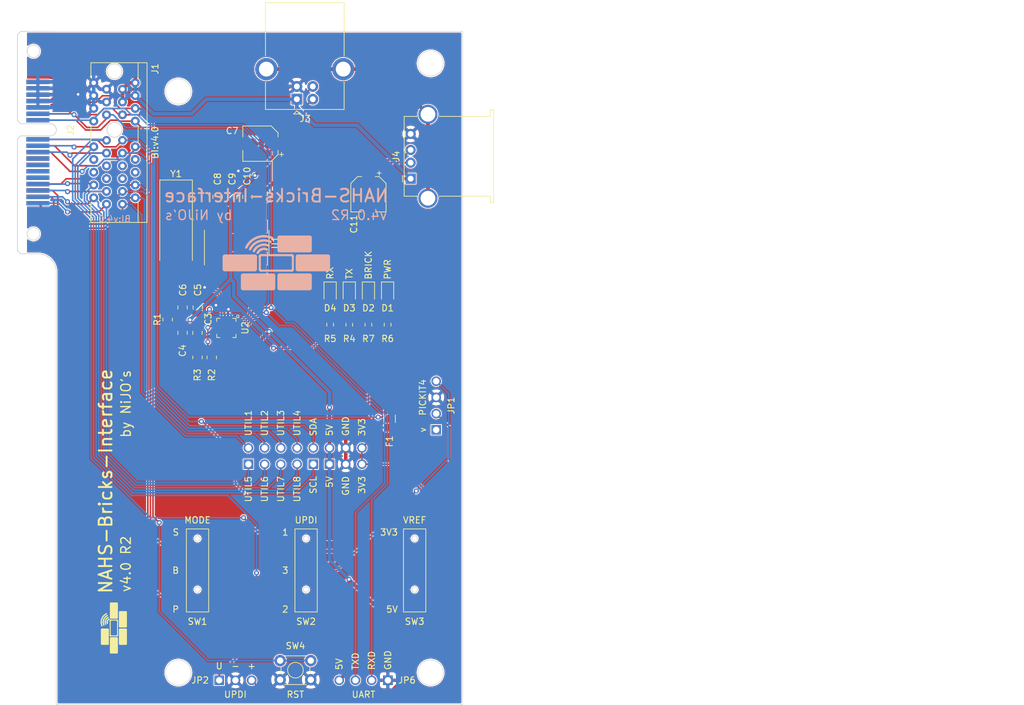
<source format=kicad_pcb>
(kicad_pcb (version 20211014) (generator pcbnew)
  (layers (0 "F.Cu" signal) (31 "B.Cu" signal) (34 "B.Paste" user) (35 "F.Paste" user) (36 "B.SilkS" user "B.Silkscreen") (37 "F.SilkS" user "F.Silkscreen") (38 "B.Mask" user) (39 "F.Mask" user) (44 "Edge.Cuts" user))
  (net 0 "")
  (net 1 "GND")
  (net 2 "+5V")
  (net 3 "CP_VIO")
  (net 4 "Net-(C8-Pad1)")
  (net 5 "Net-(C9-Pad1)")
  (net 6 "+3V3")
  (net 7 "3V3_IN")
  (net 8 "UTIL5")
  (net 9 "UTIL6")
  (net 10 "UTIL7")
  (net 11 "UTIL8")
  (net 12 "SCL")
  (net 13 "UPDI2")
  (net 14 "UPDI1")
  (net 15 "RXD")
  (net 16 "TXD")
  (net 17 "UTIL1")
  (net 18 "UTIL2")
  (net 19 "UTIL3")
  (net 20 "UTIL4")
  (net 21 "SDA")
  (net 22 "UPDI3")
  (net 23 "PROG")
  (net 24 "SETUP")
  (net 25 "RST")
  (net 26 "D-")
  (net 27 "D+")
  (net 28 "Net-(J3-Pad5)")
  (net 29 "D-1")
  (net 30 "D+1")
  (net 32 "UPDI_TV")
  (net 33 "UPDI")
  (net 34 "Net-(R1-Pad2)")
  (net 35 "Net-(R2-Pad2)")
  (net 46 "D-4")
  (net 47 "D+4")
  (net 48 "D-3")
  (net 49 "D+3")
  (net 50 "D-2")
  (net 51 "D+2")
  (net 52 "Net-(U1-Pad15)")
  (net 53 "Net-(U1-Pad16)")
  (net 62 "Net-(D3-Pad1)")
  (net 63 "Net-(D4-Pad1)")
  (net 64 "Net-(D1-Pad2)")
  (net 65 "Net-(D2-Pad2)")
  (net 66 "Net-(D3-Pad2)")
  (net 67 "Net-(D4-Pad2)")
  (footprint "no_common:R_0603_1608Metric" (layer "F.Cu") (at 153.766 80.518 90)
    (fp_text reference "R5")
    (fp_text value "330" hide)
  )
  (footprint "no_common:R_0603_1608Metric" (layer "F.Cu") (at 162.766 80.518 90)
    (fp_text reference "R6")
    (fp_text value "510" hide)
  )
  (footprint "Connector_USB:USB_A_Stewart_SS-52100-001_Horizontal" (layer "F.Cu") (at 166.3744 57.6528 90)
    (fp_text reference "J4")
    (fp_text value "TE_292303-1" hide)
  )
  (footprint "no_brick_interface:Brick_Interface_V4_iside_straddle" (layer "F.Cu") (at 108 50 90)
    (fp_text reference "J2")
    (fp_text value "Brick-Interface-V4")
    (fp_line (start -18.9 -3.2) (end -19.4 -2.7) (layer "Edge.Cuts") (width 0.12))
    (fp_line (start 0.95 -2.7) (end 1.45 -3.2) (layer "Edge.Cuts") (width 0.12))
    (fp_line (start 15.4 -2.7) (end 15.4 2.9) (layer "Edge.Cuts") (width 0.12))
    (fp_line (start -0.95 -2.7) (end -0.95 1.95) (layer "Edge.Cuts") (width 0.12))
    (fp_line (start -1.45 -3.2) (end -18.9 -3.2) (layer "Edge.Cuts") (width 0.12))
    (fp_line (start -19.4 -2.7) (end -19.4 0) (layer "Edge.Cuts") (width 0.12))
    (fp_line (start -1.45 -3.2) (end -0.95 -2.7) (layer "Edge.Cuts") (width 0.12))
    (fp_line (start 14.9 -3.2) (end 15.4 -2.7) (layer "Edge.Cuts") (width 0.12))
    (fp_line (start 1.45 -3.2) (end 14.9 -3.2) (layer "Edge.Cuts") (width 0.12))
    (fp_line (start 0.95 1.95) (end 0.95 -2.7) (layer "Edge.Cuts") (width 0.12))
    (fp_arc (start 0.95 1.95) (mid 0 2.9) (end -0.95 1.95) (layer "Edge.Cuts") (width 0.12))
    (fp_arc (start -19.4 0) (mid -20.24939 2.05061) (end -22.3 2.9) (layer "Edge.Cuts") (width 0.12))
    (fp_circle (center -16.3 -0.69) (end -15.3 -0.69) (layer "Edge.Cuts") (width 0.12) (fill none))
    (fp_circle (center 12.3 -0.69) (end 13.3 -0.69) (layer "Edge.Cuts") (width 0.12) (fill none))
  )
  (footprint "no_common:K3-2336S-F1" (layer "F.Cu") (at 167 119 90)
    (fp_text reference "SW3")
    (fp_text value "K3-2336S-F1" hide)
    (fp_circle (center -3 0) (end -2.55 0) (layer "Edge.Cuts") (width 0.12) (fill none))
    (fp_circle (center 5 0) (end 5.45 0) (layer "Edge.Cuts") (width 0.12) (fill none))
  )
  (footprint "Resistor_SMD:R_0805_2012Metric" (layer "F.Cu") (at 128.3208 79.7052 -90)
    (fp_text reference "R1")
    (fp_text value "1k" hide)
  )
  (footprint "Capacitor_SMD:CP_Elec_5x5.4" (layer "F.Cu") (at 159.766 60.0964 -90)
    (fp_text reference "C11")
    (fp_text value "100µF/16V" hide)
  )
  (footprint "no_common:LED_0805_2012Metric" (layer "F.Cu") (at 156.766 75.518 -90)
    (fp_text reference "D3")
    (fp_text value "YELLOW" hide)
  )
  (footprint "no_common:QFN20" (layer "F.Cu") (at 137.5156 81.026 -90)
    (fp_text reference "U2")
    (fp_text value "CP2102N-A02-GQFN20R" hide)
  )
  (footprint "no_brick_logo:x8mm" (layer "F.Cu") (at 119.888 128.016 90)
    (fp_text reference "LOGO1" hide)
    (fp_text value "brick_logo" hide)
  )
  (footprint "no_common:LED_0805_2012Metric" (layer "F.Cu") (at 153.766 75.518 -90)
    (fp_text reference "D4")
    (fp_text value "GREEN" hide)
  )
  (footprint "no_pinhd:PINHD_2X03_2.54_1mm_Round" (layer "F.Cu") (at 156.21 101.092)
    (property "Reference" "JP3")
    (property "Value" "PINHD_2X03")
    (fp_text reference "JP3" hide)
    (fp_text value "PINHD_2X03" hide)
  )
  (footprint "no_common:Taster_4545" (layer "F.Cu") (at 148.336 134.62)
    (fp_text reference "SW4")
    (fp_text value "Taster_4545" hide)
  )
  (footprint "Capacitor_SMD:C_0805_2012Metric" (layer "F.Cu") (at 138.43 60.5028 90)
    (fp_text reference "C9")
    (fp_text value "10µF" hide)
  )
  (footprint "no_common:LED_0805_2012Metric" (layer "F.Cu") (at 159.766 75.518 -90)
    (fp_text reference "D2")
    (fp_text value "BLUE" hide)
  )
  (footprint "Fiducial:Fiducial_1mm_Mask2mm" (layer "F.Cu") (at 168.021 83.947)
    (fp_text reference "FID3" hide)
    (fp_text value "Fiducial" hide)
  )
  (footprint "no_pinhd:PINHD_2X04_2.54_1mm_Round" (layer "F.Cu") (at 144.78 101.092)
    (property "Reference" "JP5")
    (property "Value" "PINHD_2X04")
    (fp_text reference "JP5" hide)
    (fp_text value "PINHD_2X04" hide)
  )
  (footprint "Capacitor_SMD:C_0805_2012Metric" (layer "F.Cu") (at 130.6576 77.8256 -90)
    (fp_text reference "C6")
    (fp_text value "4.7µF" hide)
  )
  (footprint "no_pinhd:PINHD_1X03_2.54_1mm_Round" (layer "F.Cu") (at 138.938 136.2)
    (property "Reference" "JP2")
    (property "Value" "PINHD_1X03")
    (fp_text reference "JP2")
    (fp_text value "PINHD_1X03" hide)
  )
  (footprint "Capacitor_SMD:C_0805_2012Metric" (layer "F.Cu") (at 136.144 60.5028 90)
    (fp_text reference "C8")
    (fp_text value "10µF" hide)
  )
  (footprint "Capacitor_SMD:C_0805_2012Metric" (layer "F.Cu") (at 140.8176 60.5028 90)
    (fp_text reference "C10")
    (fp_text value "10µF" hide)
  )
  (footprint "no_brick_interface:Brick_Interface_V4_iside" (layer "F.Cu") (at 120 50 90)
    (fp_text reference "J1")
    (fp_text value "Brick-Interface-V4" hide)
    (fp_circle (center 9.15 0) (end 10.325 0) (layer "Edge.Cuts") (width 0.12) (fill none))
    (fp_circle (center 0 0) (end 1.175 0) (layer "Edge.Cuts") (width 0.12) (fill none))
  )
  (footprint "Resistor_SMD:R_0805_2012Metric" (layer "F.Cu") (at 135.2296 85.6488 90)
    (fp_text reference "R2")
    (fp_text value "22k1" hide)
  )
  (footprint "Fiducial:Fiducial_1mm_Mask2mm" (layer "F.Cu") (at 136.398 38.989)
    (fp_text reference "FID1" hide)
    (fp_text value "Fiducial" hide)
  )
  (footprint "no_common:K3-2336S-F1" (layer "F.Cu") (at 133 119 90)
    (fp_text reference "SW1")
    (fp_text value "K3-2336S-F1" hide)
    (fp_circle (center -3 0) (end -2.55 0) (layer "Edge.Cuts") (width 0.12) (fill none))
    (fp_circle (center 5 0) (end 5.45 0) (layer "Edge.Cuts") (width 0.12) (fill none))
  )
  (footprint "Capacitor_SMD:CP_Elec_5x5.4" (layer "F.Cu") (at 142.8496 52.1716 180)
    (fp_text reference "C7")
    (fp_text value "100µF/16V" hide)
  )
  (footprint "no_pinhd:PINHD_1X02_2.54_1mm_Round" (layer "F.Cu") (at 151.13 101.092 90)
    (property "Reference" "JP4")
    (property "Value" "PINHD_1x02")
    (fp_text reference "JP4" hide)
    (fp_text value "PINHD_1x02" hide)
  )
  (footprint "no_common:R_0603_1608Metric" (layer "F.Cu") (at 159.766 80.518 90)
    (fp_text reference "R7")
    (fp_text value "330" hide)
  )
  (footprint "no_common:R_0603_1608Metric" (layer "F.Cu") (at 156.766 80.518 90)
    (fp_text reference "R4")
    (fp_text value "330" hide)
  )
  (footprint "no_pinhd:PINHD_1X04_2.54_1mm_Round" (layer "F.Cu") (at 159.004 136.2 180)
    (fp_text reference "JP6")
    (fp_text value "PINHD_1X04" hide)
  )
  (footprint "no_common:LED_0805_2012Metric" (layer "F.Cu") (at 162.766 75.518 -90)
    (fp_text reference "D1")
    (fp_text value "RED" hide)
  )
  (footprint "Capacitor_SMD:C_0805_2012Metric" (layer "F.Cu") (at 130.6576 81.788 90)
    (fp_text reference "C4")
    (fp_text value "4.7µF" hide)
  )
  (footprint "Crystal:Crystal_SMD_HC49-SD" (layer "F.Cu") (at 129.6416 64.5668 -90)
    (fp_text reference "Y1")
    (fp_text value "12MHz" hide)
  )
  (footprint "Package_SO:SOP-16_3.9x9.9mm_P1.27mm" (layer "F.Cu") (at 139.1412 67.6656 90)
    (fp_text reference "U1")
    (fp_text value "SL2.1A" hide)
  )
  (footprint "no_common:K3-2336S-F1" (layer "F.Cu") (at 150 119 90)
    (fp_text reference "SW2")
    (fp_text value "K3-2336S-F1" hide)
    (fp_circle (center -3 0) (end -2.55 0) (layer "Edge.Cuts") (width 0.12) (fill none))
    (fp_circle (center 5 0) (end 5.45 0) (layer "Edge.Cuts") (width 0.12) (fill none))
  )
  (footprint "Connector_USB:USB_B_OST_USB-B1HSxx_Horizontal" (layer "F.Cu") (at 148.5532 45.212 90)
    (fp_text reference "J3")
    (fp_text value "TE_292304-1" hide)
  )
  (footprint "Fuse:Fuse_1206_3216Metric" (layer "F.Cu") (at 163.068 95.25 90)
    (fp_text reference "F1")
    (fp_text value "50mA" hide)
  )
  (footprint "Capacitor_SMD:C_0805_2012Metric" (layer "F.Cu") (at 133.0452 77.8256 -90)
    (fp_text reference "C5")
    (fp_text value "100nF" hide)
  )
  (footprint "no_pinhd:PINHD_1X04_2.54_1mm_Round" (layer "F.Cu") (at 170.3776 93.1768 90)
    (property "Reference" "JP1")
    (property "Value" "PINHD_1X04")
    (fp_text reference "JP1")
    (fp_text value "PINHD_1X04" hide)
  )
  (footprint "Resistor_SMD:R_0805_2012Metric" (layer "F.Cu") (at 132.9944 85.6488 -90)
    (fp_text reference "R3")
    (fp_text value "47k5" hide)
  )
  (footprint "Capacitor_SMD:C_0805_2012Metric" (layer "F.Cu") (at 132.9944 81.788 90)
    (fp_text reference "C3")
    (fp_text value "100nF" hide)
  )
  (footprint "Fiducial:Fiducial_1mm_Mask2mm" (layer "F.Cu") (at 127.127 131.064)
    (fp_text reference "FID2" hide)
    (fp_text value "Fiducial" hide)
  )
  (footprint "no_brick_logo:x17mm" (layer "B.Cu") (at 145.325 70.739 180)
    (fp_text reference "LOGO2" hide)
    (fp_text value "brick_logo" hide)
  )
  (gr_circle (center 130 135) (end 132 135) (layer "Edge.Cuts") (width 0.1) (fill none))
  (gr_line (start 110.9 34.6) (end 174.5 34.6) (layer "Edge.Cuts") (width 0.1))
  (gr_line (start 174.5 34.6) (end 174.5 140) (layer "Edge.Cuts") (width 0.1))
  (gr_line (start 174.5 140) (end 110.9 140) (layer "Edge.Cuts") (width 0.1))
  (gr_line (start 110.9 140) (end 110.9 72.3) (layer "Edge.Cuts") (width 0.1))
  (gr_circle (center 169.5 135) (end 171.5 135) (layer "Edge.Cuts") (width 0.1) (fill none))
  (gr_circle (center 130 44) (end 132 44) (layer "Edge.Cuts") (width 0.1) (fill none))
  (gr_circle (center 169.5 39.6) (end 171.5 39.6) (layer "Edge.Cuts") (width 0.1) (fill none))
  (gr_text "NAHS-Bricks-Interface" (at 145.325 60.325) (layer "B.SilkS") (effects (font (size 2 2) (thickness 0.3)) (justify mirror)))
  (gr_text "by NiJO's" (at 127.762 63.373) (layer "B.SilkS") (effects (font (size 1.5 1.5) (thickness 0.2)) (justify right mirror)))
  (gr_text "v4.0 R2" (at 162.814 63.373) (layer "B.SilkS") (effects (font (size 1.5 1.5) (thickness 0.2)) (justify left mirror)))
  (gr_text "NAHS-Bricks-Interface" (at 118.618 105.029 90) (layer "F.SilkS") (effects (font (size 2 2) (thickness 0.3))))
  (gr_text "v4.0 R2" (at 121.793 122.518 90) (layer "F.SilkS") (effects (font (size 1.5 1.5) (thickness 0.2)) (justify left)))
  (gr_text "by NiJO's" (at 121.793 87.503 90) (layer "F.SilkS") (effects (font (size 1.5 1.5) (thickness 0.2)) (justify right)))
  (segment (start 147.351119 43.212) (end 148.5532 43.212) (width 0.5588) (layer "F.Cu") (net 1))
  (segment (start 137.7656 80.776) (end 137.7656 79.476) (width 0.254) (layer "F.Cu") (net 1))
  (segment (start 139.7 88.392) (end 143.256 91.948) (width 0.5588) (layer "F.Cu") (net 1))
  (segment (start 129.25 117) (end 129.25 121) (width 0.5588) (layer "F.Cu") (net 1))
  (segment (start 131.318 88.2377) (end 132.9944 86.5613) (width 0.5588) (layer "F.Cu") (net 1))
  (segment (start 136.639089 82.702511) (end 135.407511 82.702511) (width 0.254) (layer "F.Cu") (net 1))
  (segment (start 134.112 75.8088) (end 133.0452 76.8756) (width 0.5588) (layer "F.Cu") (net 1))
  (segment (start 140.6496 52.1716) (end 140.6496 49.913519) (width 0.5588) (layer "F.Cu") (net 1))
  (segment (start 135.213489 82.508489) (end 133.223911 82.508489) (width 0.254) (layer "F.Cu") (net 1))
  (segment (start 131.6463 86.5613) (end 130.6576 85.5726) (width 0.5588) (layer "F.Cu") (net 1))
  (segment (start 130.142 117) (end 131.318 115.824) (width 0.5588) (layer "F.Cu") (net 1))
  (segment (start 168.275 58.210022) (end 168.275 52.5534) (width 0.5588) (layer "F.Cu") (net 1))
  (segment (start 131.318 115.824) (end 131.318 88.2377) (width 0.5588) (layer "F.Cu") (net 1))
  (segment (start 156.21 93.472) (end 156.21 99.822) (width 0.5588) (layer "F.Cu") (net 1))
  (segment (start 139.7762 65.1656) (end 139.7762 62.9412) (width 0.5588) (layer "F.Cu") (net 1))
  (segment (start 114.95 44.45) (end 116.75 42.65) (width 0.5588) (layer "F.Cu") (net 1))
  (segment (start 132.9944 86.5613) (end 133.0433 86.5613) (width 0.5588) (layer "F.Cu") (net 1))
  (segment (start 140.6496 52.1716) (end 140.6496 59.3848) (width 0.5588) (layer "F.Cu") (net 1))
  (segment (start 143.256 91.948) (end 154.686 91.948) (width 0.5588) (layer "F.Cu") (net 1))
  (segment (start 133.0452 76.8756) (end 130.6576 76.8756) (width 0.5588) (layer "F.Cu") (net 1))
  (segment (start 150.1092 41.656) (end 152.654 41.656) (width 0.5588) (layer "F.Cu") (net 1))
  (segment (start 136.144 59.5528) (end 138.43 59.5528) (width 0.5588) (layer "F.Cu") (net 1))
  (segment (start 129.25 117) (end 130.142 117) (width 0.5588) (layer "F.Cu") (net 1))
  (segment (start 139.66368 60.70672) (end 140.8176 59.5528) (width 0.5588) (layer "F.Cu") (net 1))
  (segment (start 140.6496 59.3848) (end 140.8176 59.5528) (width 0.5588) (layer "F.Cu") (net 1))
  (segment (start 130.6576 85.5726) (end 130.6576 82.738) (width 0.5588) (layer "F.Cu") (net 1))
  (segment (start 137.5156 81.026) (end 137.7656 80.776) (width 0.254) (layer "F.Cu") (net 1))
  (segment (start 136.7656 81.776) (end 137.5156 81.026) (width 0.254) (layer "F.Cu") (net 1))
  (segment (start 152.654 41.656) (end 155.6262 44.6282) (width 0.5588) (layer "F.Cu") (net 1))
  (segment (start 154.686 91.948) (end 156.21 93.472) (width 0.5588) (layer "F.Cu") (net 1))
  (segment (start 135.407511 82.702511) (end 135.213489 82.508489) (width 0.254) (layer "F.Cu") (net 1))
  (segment (start 114.3 44.45) (end 114.95 44.45) (width 0.5588) (layer "F.Cu") (net 1))
  (segment (start 127 81.28) (end 128.458 82.738) (width 0.5588) (layer "F.Cu") (net 1))
  (segment (start 166.3744 50.6528) (end 160.3498 44.6282) (width 0.5588) (layer "F.Cu") (net 1))
  (segment (start 137.84562 78.105) (end 137.7656 78.18502) (width 0.254) (layer "F.Cu") (net 1))
  (segment (start 159.766 62.2964) (end 164.188622 62.2964) (width 0.5588) (layer "F.Cu") (net 1))
  (segment (start 130.6576 76.8756) (end 128.2294 76.8756) (width 0.5588) (layer "F.Cu") (net 1))
  (segment (start 135.2956 76.8756) (end 133.0452 76.8756) (width 0.254) (layer "F.Cu") (net 1))
  (segment (start 127 78.105) (end 127 81.28) (width 0.5588) (layer "F.Cu") (net 1))
  (segment (start 128.458 82.738) (end 130.6576 82.738) (width 0.5588) (layer "F.Cu") (net 1))
  (segment (start 137.7656 78.18502) (end 137.7656 79.476) (width 0.254) (layer "F.Cu") (net 1))
  (segment (start 136.7656 82.576) (end 136.7656 81.776) (width 0.254) (layer "F.Cu") (net 1))
  (segment (start 140.6496 55.1844) (end 140.6496 52.1716) (width 0.5588) (layer "F.Cu") (net 1))
  (segment (start 135.89 77.47) (end 135.2956 76.8756) (width 0.254) (layer "F.Cu") (net 1))
  (segment (start 140.6496 49.913519) (end 147.351119 43.212) (width 0.5588) (layer "F.Cu") (net 1))
  (segment (start 136.7656 82.576) (end 136.639089 82.702511) (width 0.254) (layer "F.Cu") (net 1))
  (segment (start 168.275 52.5534) (end 166.3744 50.6528) (width 0.5588) (layer "F.Cu") (net 1))
  (segment (start 155.6262 44.6282) (end 160.3498 44.6282) (width 0.5588) (layer "F.Cu") (net 1))
  (segment (start 139.3952 56.4388) (end 140.6496 55.1844) (width 0.5588) (layer "F.Cu") (net 1))
  (segment (start 128.2294 76.8756) (end 127 78.105) (width 0.5588) (layer "F.Cu") (net 1))
  (segment (start 133.223911 82.508489) (end 132.9944 82.738) (width 0.254) (layer "F.Cu") (net 1))
  (segment (start 139.7762 62.9412) (end 139.66368 62.82868) (width 0.5588) (layer "F.Cu") (net 1))
  (segment (start 132.9944 86.5613) (end 131.6463 86.5613) (width 0.5588) (layer "F.Cu") (net 1))
  (segment (start 133.0433 86.5613) (end 134.874 88.392) (width 0.5588) (layer "F.Cu") (net 1))
  (segment (start 148.5532 43.212) (end 150.1092 41.656) (width 0.5588) (layer "F.Cu") (net 1))
  (segment (start 134.874 88.392) (end 139.7 88.392) (width 0.5588) (layer "F.Cu") (net 1))
  (segment (start 138.43 59.5528) (end 140.8176 59.5528) (width 0.5588) (layer "F.Cu") (net 1))
  (segment (start 134.112 74.676) (end 134.112 75.8088) (width 0.5588) (layer "F.Cu") (net 1))
  (segment (start 132.9944 82.738) (end 130.6576 82.738) (width 0.5588) (layer "F.Cu") (net 1))
  (segment (start 139.66368 62.82868) (end 139.66368 60.70672) (width 0.5588) (layer "F.Cu") (net 1))
  (segment (start 164.188622 62.2964) (end 168.275 58.210022) (width 0.5588) (layer "F.Cu") (net 1))
  (segment (start 156.21 99.822) (end 156.21 102.362) (width 0.5588) (layer "F.Cu") (net 1))
  (via (at 137.84562 78.105) (size 0.8) (drill 0.4) (layers "F.Cu" "B.Cu") (net 1))
  (via (at 135.89 77.47) (size 0.8) (drill 0.4) (layers "F.Cu" "B.Cu") (net 1))
  (via (at 139.3952 56.4388) (size 0.8) (drill 0.4) (layers "F.Cu" "B.Cu") (net 1))
  (via (at 134.112 74.676) (size 0.8) (drill 0.4) (layers "F.Cu" "B.Cu") (net 1))
  (via (at 114.3 44.45) (size 0.8) (drill 0.4) (layers "F.Cu" "B.Cu") (net 1))
  (segment (start 137.21062 77.47) (end 137.84562 78.105) (width 0.254) (layer "B.Cu") (net 1))
  (segment (start 108 44.5) (end 114.25 44.5) (width 0.5588) (layer "B.Cu") (net 1))
  (segment (start 108 42.5) (end 112.35 42.5) (width 0.5588) (layer "B.Cu") (net 1))
  (segment (start 108 46.5) (end 112.25 46.5) (width 0.5588) (layer "B.Cu") (net 1))
  (segment (start 117.75 43.65) (end 116.75 42.65) (width 0.5588) (layer "B.Cu") (net 1))
  (segment (start 113.25 45.5) (end 114.3 44.45) (width 0.5588) (layer "B.Cu") (net 1))
  (segment (start 139.3952 56.4388) (end 135.382 60.452) (width 0.5588) (layer "B.Cu") (net 1))
  (segment (start 112.35 42.5) (end 114.3 44.45) (width 0.5588) (layer "B.Cu") (net 1))
  (segment (start 118.11 38.1) (end 129.032 38.1) (width 0.5588) (layer "B.Cu") (net 1))
  (segment (start 113.35 43.5) (end 114.3 44.45) (width 0.5588) (layer "B.Cu") (net 1))
  (segment (start 116.75 46.65) (end 116.75 44.65) (width 0.5588) (layer "B.Cu") (net 1))
  (segment (start 135.89 77.47) (end 137.21062 77.47) (width 0.254) (layer "B.Cu") (net 1))
  (segment (start 108 45.5) (end 113.25 45.5) (width 0.5588) (layer "B.Cu") (net 1))
  (segment (start 134.144 43.212) (end 148.5532 43.212) (width 0.5588) (layer "B.Cu") (net 1))
  (segment (start 114.25 44.5) (end 114.3 44.45) (width 0.5588) (layer "B.Cu") (net 1))
  (segment (start 118.75 45.65) (end 117.75 45.65) (width 0.5588) (layer "B.Cu") (net 1))
  (segment (start 135.382 73.406) (end 134.112 74.676) (width 0.5588) (layer "B.Cu") (net 1))
  (segment (start 135.382 60.452) (end 135.382 73.406) (width 0.5588) (layer "B.Cu") (net 1))
  (segment (start 129.032 38.1) (end 134.144 43.212) (width 0.5588) (layer "B.Cu") (net 1))
  (segment (start 116.75 42.65) (end 116.75 44.65) (width 0.5588) (layer "B.Cu") (net 1))
  (segment (start 116.75 42.65) (end 116.75 39.46) (width 0.5588) (layer "B.Cu") (net 1))
  (segment (start 117.75 45.65) (end 116.75 44.65) (width 0.5588) (layer "B.Cu") (net 1))
  (segment (start 116.75 39.46) (end 118.11 38.1) (width 0.5588) (layer "B.Cu") (net 1))
  (segment (start 108 43.5) (end 113.35 43.5) (width 0.5588) (layer "B.Cu") (net 1))
  (segment (start 112.25 46.5) (end 114.3 44.45) (width 0.5588) (layer "B.Cu") (net 1))
  (segment (start 118.75 43.65) (end 117.75 43.65) (width 0.5588) (layer "B.Cu") (net 1))
  (segment (start 123.25 42.65) (end 122.25 42.65) (width 0.5588) (layer "F.Cu") (net 2))
  (segment (start 112.075 43.5) (end 113.075 42.5) (width 0.5588) (layer "F.Cu") (net 2))
  (segment (start 135.2296 86.5613) (end 139.2447 86.5613) (width 0.5588) (layer "F.Cu") (net 2))
  (segment (start 170.75 123) (end 170.75 124.906) (width 0.5588) (layer "F.Cu") (net 2))
  (segment (start 108 43.5) (end 112.075 43.5) (width 0.5588) (layer "F.Cu") (net 2))
  (segment (start 169.672 125.984) (end 162.306 125.984) (width 0.5588) (layer "F.Cu") (net 2))
  (segment (start 132.9944 80.838) (end 132.908 80.838) (width 0.254) (layer "F.Cu") (net 2))
  (segment (start 148.5532 48.668) (end 148.5532 45.212) (width 0.5588) (layer "F.Cu") (net 2))
  (segment (start 153.67 99.822) (end 153.67 93.472) (width 0.5588) (layer "F.Cu") (net 2))
  (segment (start 145.0496 54.0864) (end 141.986 57.15) (width 0.5588) (layer "F.Cu") (net 2))
  (segment (start 132.908 80.838) (end 131.826 79.756) (width 0.254) (layer "F.Cu") (net 2))
  (segment (start 161.671 67.691) (end 158.877 67.691) (width 0.254) (layer "F.Cu") (net 2))
  (segment (start 141.7472 61.4528) (end 145.0496 58.1504) (width 0.5588) (layer "F.Cu") (net 2))
  (segment (start 157.607 60.0554) (end 159.766 57.8964) (width 0.254) (layer "F.Cu") (net 2))
  (segment (start 140.8176 61.4528) (end 141.7472 61.4528) (width 0.5588) (layer "F.Cu") (net 2))
  (segment (start 111.075 44.5) (end 112.075 43.5) (width 0.5588) (layer "F.Cu") (net 2))
  (segment (start 108 45.5) (end 110.075 45.5) (width 0.5588) (layer "F.Cu") (net 2))
  (segment (start 162.766 81.343) (end 164.211 79.898) (width 0.254) (layer "F.Cu") (net 2))
  (segment (start 157.607 66.421) (end 157.607 60.0554) (width 0.254) (layer "F.Cu") (net 2))
  (segment (start 110.075 45.5) (end 111.075 44.5) (width 0.5588) (layer "F.Cu") (net 2))
  (segment (start 158.877 67.691) (end 157.607 66.421) (width 0.254) (layer "F.Cu") (net 2))
  (segment (start 130.744 80.838) (end 131.826 79.756) (width 0.254) (layer "F.Cu") (net 2))
  (segment (start 116.84 38.735) (end 121.285 38.735) (width 0.5588) (layer "F.Cu") (net 2))
  (segment (start 108 42.5) (end 113.075 42.5) (width 0.5588) (layer "F.Cu") (net 2))
  (segment (start 164.211 70.231) (end 161.671 67.691) (width 0.254) (layer "F.Cu") (net 2))
  (segment (start 170.75 124.906) (end 169.672 125.984) (width 0.5588) (layer "F.Cu") (net 2))
  (segment (start 160.0096 57.6528) (end 166.3744 57.6528) (width 0.5588) (layer "F.Cu") (net 2))
  (segment (start 134.354 80.276) (end 135.9656 80.276) (width 0.254) (layer "F.Cu") (net 2))
  (segment (start 145.0496 52.1716) (end 148.5532 48.668) (width 0.5588) (layer "F.Cu") (net 2))
  (segment (start 130.6576 80.838) (end 130.744 80.838) (width 0.254) (layer "F.Cu") (net 2))
  (segment (start 121.285 38.735) (end 123.25 40.7) (width 0.5588) (layer "F.Cu") (net 2))
  (segment (start 113.075 42.5) (end 116.84 38.735) (width 0.5588) (layer "F.Cu") (net 2))
  (segment (start 145.0496 58.1504) (end 145.0496 52.1716) (width 0.5588) (layer "F.Cu") (net 2))
  (segment (start 141.0462 61.6814) (end 140.8176 61.4528) (width 0.5588) (layer "F.Cu") (net 2))
  (segment (start 141.0462 65.1656) (end 141.0462 61.6814) (width 0.5588) (layer "F.Cu") (net 2))
  (segment (start 122.25 42.65) (end 121.25 43.65) (width 0.5588) (layer "F.Cu") (net 2))
  (segment (start 156.718 134.676) (end 155.194 136.2) (width 0.5588) (layer "F.Cu") (net 2))
  (segment (start 130.6576 80.838) (end 132.9944 80.838) (width 0.254) (layer "F.Cu") (net 2))
  (segment (start 108 44.5) (end 111.075 44.5) (width 0.5588) (layer "F.Cu") (net 2))
  (segment (start 156.718 120.396) (end 156.718 134.676) (width 0.5588) (layer "F.Cu") (net 2))
  (segment (start 133.792 80.838) (end 134.354 80.276) (width 0.254) (layer "F.Cu") (net 2))
  (segment (start 145.0496 52.1716) (end 145.0496 54.0864) (width 0.5588) (layer "F.Cu") (net 2))
  (segment (start 162.306 125.984) (end 156.718 120.396) (width 0.5588) (layer "F.Cu") (net 2))
  (segment (start 139.2447 86.5613) (end 144.206 81.6) (width 0.5588) (layer "F.Cu") (net 2))
  (segment (start 132.9944 80.838) (end 133.792 80.838) (width 0.254) (layer "F.Cu") (net 2))
  (segment (start 123.25 40.7) (end 123.25 42.65) (width 0.5588) (layer "F.Cu") (net 2))
  (segment (start 121.25 43.65) (end 121.25 45.65) (width 0.5588) (layer "F.Cu") (net 2))
  (segment (start 164.211 79.898) (end 164.211 70.231) (width 0.254) (layer "F.Cu") (net 2))
  (segment (start 159.766 57.8964) (end 160.0096 57.6528) (width 0.5588) (layer "F.Cu") (net 2))
  (via (at 153.67 93.472) (size 0.8) (drill 0.4) (layers "F.Cu" "B.Cu") (net 2))
  (via (at 141.986 57.15) (size 0.8) (drill 0.4) (layers "F.Cu" "B.Cu") (net 2))
  (via (at 144.206 81.6) (size 0.8) (drill 0.4) (layers "F.Cu" "B.Cu") (net 2))
  (via (at 156.718 120.396) (size 0.8) (drill 0.4) (layers "F.Cu" "B.Cu") (net 2))
  (via (at 131.826 79.756) (size 0.8) (drill 0.4) (layers "F.Cu" "B.Cu") (net 2))
  (segment (start 156.718 120.396) (end 153.67 117.348) (width 0.5588) (layer "B.Cu") (net 2))
  (segment (start 138.176 60.96) (end 138.176 73.406) (width 0.5588) (layer "B.Cu") (net 2))
  (segment (start 151.384 49.276) (end 148.5532 46.4452) (width 0.5588) (layer "B.Cu") (net 2))
  (segment (start 153.67 117.348) (end 153.67 102.362) (width 0.5588) (layer "B.Cu") (net 2))
  (segment (start 138.176 73.406) (end 138.674531 73.904531) (width 0.5588) (layer "B.Cu") (net 2))
  (segment (start 132.08 47.498) (end 126.098 47.498) (width 0.5588) (layer "B.Cu") (net 2))
  (segment (start 126.098 47.498) (end 123.25 44.65) (width 0.5588) (layer "B.Cu") (net 2))
  (segment (start 134.366 45.212) (end 132.08 47.498) (width 0.5588) (layer "B.Cu") (net 2))
  (segment (start 153.67 93.472) (end 153.67 91.064) (width 0.5588) (layer "B.Cu") (net 2))
  (segment (start 141.986 57.15) (end 138.176 60.96) (width 0.5588) (layer "B.Cu") (net 2))
  (segment (start 138.674531 76.068531) (end 144.206 81.6) (width 0.5588) (layer "B.Cu") (net 2))
  (segment (start 148.5532 45.212) (end 134.366 45.212) (width 0.5588) (layer "B.Cu") (net 2))
  (segment (start 123.25 44.65) (end 122.25 44.65) (width 0.5588) (layer "B.Cu") (net 2))
  (segment (start 148.5532 46.4452) (end 148.5532 45.212) (width 0.5588) (layer "B.Cu") (net 2))
  (segment (start 122.25 44.65) (end 121.25 45.65) (width 0.5588) (layer "B.Cu") (net 2))
  (segment (start 153.67 91.064) (end 144.206 81.6) (width 0.5588) (layer "B.Cu") (net 2))
  (segment (start 123.25 44.65) (end 123.25 42.65) (width 0.5588) (layer "B.Cu") (net 2))
  (segment (start 157.9976 49.276) (end 151.384 49.276) (width 0.5588) (layer "B.Cu") (net 2))
  (segment (start 122.25 44.65) (end 121.25 43.65) (width 0.5588) (layer "B.Cu") (net 2))
  (segment (start 166.3744 57.6528) (end 157.9976 49.276) (width 0.5588) (layer "B.Cu") (net 2))
  (segment (start 153.67 99.822) (end 153.67 102.362) (width 0.5588) (layer "B.Cu") (net 2))
  (segment (start 138.674531 73.904531) (end 138.674531 76.068531) (width 0.5588) (layer "B.Cu") (net 2))
  (segment (start 138.176 73.406) (end 131.826 79.756) (width 0.5588) (layer "B.Cu") (net 2))
  (segment (start 130.6576 78.7756) (end 133.0452 78.7756) (width 0.254) (layer "F.Cu") (net 3))
  (segment (start 150.908 84.201) (end 153.766 81.343) (width 0.254) (layer "F.Cu") (net 3))
  (segment (start 156.766 81.343) (end 153.766 81.343) (width 0.254) (layer "F.Cu") (net 3))
  (segment (start 144.907 84.201) (end 150.908 84.201) (width 0.254) (layer "F.Cu") (net 3))
  (segment (start 130.6405 78.7927) (end 130.6576 78.7756) (width 0.254) (layer "F.Cu") (net 3))
  (segment (start 128.3208 78.7927) (end 130.6405 78.7927) (width 0.254) (layer "F.Cu") (net 3))
  (segment (start 136.2656 79.776) (end 135.021 79.776) (width 0.254) (layer "F.Cu") (net 3))
  (segment (start 134.0206 78.7756) (end 133.0452 78.7756) (width 0.254) (layer "F.Cu") (net 3))
  (segment (start 133.0452 78.7756) (end 134.2034 78.7756) (width 0.254) (layer "F.Cu") (net 3))
  (segment (start 135.021 79.776) (end 134.0206 78.7756) (width 0.254) (layer "F.Cu") (net 3))
  (segment (start 134.2034 78.7756) (end 134.874 78.105) (width 0.254) (layer "F.Cu") (net 3))
  (via (at 144.907 84.201) (size 0.8) (drill 0.4) (layers "F.Cu" "B.Cu") (net 3))
  (via (at 134.874 78.105) (size 0.8) (drill 0.4) (layers "F.Cu" "B.Cu") (net 3))
  (segment (start 134.874 78.105) (end 135.636 78.867) (width 0.254) (layer "B.Cu") (net 3))
  (segment (start 135.636 78.867) (end 139.573 78.867) (width 0.254) (layer "B.Cu") (net 3))
  (segment (start 139.573 78.867) (end 144.907 84.201) (width 0.254) (layer "B.Cu") (net 3))
  (segment (start 137.2362 63.5762) (end 136.144 62.484) (width 0.254) (layer "F.Cu") (net 4))
  (segment (start 137.2362 65.1656) (end 137.2362 63.5762) (width 0.254) (layer "F.Cu") (net 4))
  (segment (start 136.144 62.484) (end 136.144 61.4528) (width 0.254) (layer "F.Cu") (net 4))
  (segment (start 138.5062 61.529) (end 138.43 61.4528) (width 0.254) (layer "F.Cu") (net 5))
  (segment (start 138.5062 65.1656) (end 138.5062 61.529) (width 0.254) (layer "F.Cu") (net 5))
  (segment (start 170.75 108.52) (end 164.592 102.362) (width 0.254) (layer "F.Cu") (net 6))
  (segment (start 163.068 96.65) (end 161.986577 96.65) (width 0.254) (layer "F.Cu") (net 6))
  (segment (start 159.766 94.429423) (end 159.766 81.343) (width 0.254) (layer "F.Cu") (net 6))
  (segment (start 164.592 102.362) (end 158.75 102.362) (width 0.254) (layer "F.Cu") (net 6))
  (segment (start 161.986577 96.65) (end 159.766 94.429423) (width 0.254) (layer "F.Cu") (net 6))
  (segment (start 161.922 96.65) (end 163.068 96.65) (width 0.254) (layer "F.Cu") (net 6))
  (segment (start 158.75 99.822) (end 161.922 96.65) (width 0.254) (layer "F.Cu") (net 6))
  (segment (start 170.75 115) (end 170.75 108.52) (width 0.254) (layer "F.Cu") (net 6))
  (segment (start 158.75 99.822) (end 158.75 102.362) (width 0.254) (layer "B.Cu") (net 6))
  (segment (start 161.29 94.996) (end 161.922 94.996) (width 0.254) (layer "F.Cu") (net 7))
  (segment (start 161.922 94.996) (end 163.068 93.85) (width 0.254) (layer "F.Cu") (net 7))
  (segment (start 120.226511 52.673489) (end 121.25 51.65) (width 0.254) (layer "F.Cu") (net 7))
  (segment (start 117.219004 51.5) (end 118.392493 52.673489) (width 0.254) (layer "F.Cu") (net 7))
  (segment (start 108 51.5) (end 117.219004 51.5) (width 0.254) (layer "F.Cu") (net 7))
  (segment (start 118.392493 52.673489) (end 120.226511 52.673489) (width 0.254) (layer "F.Cu") (net 7))
  (via (at 161.29 94.996) (size 0.8) (drill 0.4) (layers "F.Cu" "B.Cu") (net 7))
  (segment (start 131.567605 94.994949) (end 141.222949 94.994949) (width 0.254) (layer "B.Cu") (net 7))
  (segment (start 121.25 51.65) (end 123.810612 51.65) (width 0.254) (layer "B.Cu") (net 7))
  (segment (start 141.224 94.996) (end 161.29 94.996) (width 0.254) (layer "B.Cu") (net 7))
  (segment (start 123.810612 51.65) (end 126.70908 54.548468) (width 0.254) (layer "B.Cu") (net 7))
  (segment (start 131.189328 94.616672) (end 131.567605 94.994949) (width 0.254) (layer "B.Cu") (net 7))
  (segment (start 126.70908 54.548468) (end 126.70908 87.63) (width 0.254) (layer "B.Cu") (net 7))
  (segment (start 126.70908 87.63) (end 126.70908 90.136424) (width 0.254) (layer "B.Cu") (net 7))
  (segment (start 126.70908 90.136424) (end 131.189328 94.616672) (width 0.254) (layer "B.Cu") (net 7))
  (segment (start 141.222949 94.994949) (end 141.224 94.996) (width 0.254) (layer "B.Cu") (net 7))
  (segment (start 112.64442 62.865) (end 117.535 62.865) (width 0.254) (layer "F.Cu") (net 8))
  (segment (start 117.535 62.865) (end 118.75 61.65) (width 0.254) (layer "F.Cu") (net 8))
  (via (at 112.64442 62.865) (size 0.8) (drill 0.4) (layers "F.Cu" "B.Cu") (net 8))
  (segment (start 111.27942 61.5) (end 112.64442 62.865) (width 0.254) (layer "B.Cu") (net 8))
  (segment (start 118.745 62.975) (end 118.75 62.97) (width 0.254) (layer "B.Cu") (net 8))
  (segment (start 118.75 62.97) (end 118.75 61.65) (width 0.254) (layer "B.Cu") (net 8))
  (segment (start 123.524288 105.23796) (end 139.87204 105.23796) (width 0.254) (layer "B.Cu") (net 8))
  (segment (start 139.87204 105.23796) (end 140.97 104.14) (width 0.254) (layer "B.Cu") (net 8))
  (segment (start 118.745 100.458672) (end 123.524288 105.23796) (width 0.254) (layer "B.Cu") (net 8))
  (segment (start 118.745 62.975) (end 118.745 100.458672) (width 0.254) (layer "B.Cu") (net 8))
  (segment (start 108 61.5) (end 111.27942 61.5) (width 0.254) (layer "B.Cu") (net 8))
  (segment (start 140.97 104.14) (end 140.97 102.362) (width 0.254) (layer "B.Cu") (net 8))
  (segment (start 115.805 61.595) (end 116.75 60.65) (width 0.254) (layer "F.Cu") (net 9))
  (segment (start 112.964917 61.595) (end 115.805 61.595) (width 0.254) (layer "F.Cu") (net 9))
  (segment (start 112.64442 61.274503) (end 112.964917 61.595) (width 0.254) (layer "F.Cu") (net 9))
  (via (at 112.64442 61.274503) (size 0.8) (drill 0.4) (layers "F.Cu" "B.Cu") (net 9))
  (segment (start 112.64442 61.274503) (end 112.371428 61.001511) (width 0.254) (layer "B.Cu") (net 9))
  (segment (start 143.51 104.14) (end 142.00852 105.64148) (width 0.254) (layer "B.Cu") (net 9))
  (segment (start 143.51 102.362) (end 143.51 104.14) (width 0.254) (layer "B.Cu") (net 9))
  (segment (start 123.357144 105.64148) (end 118.585832 100.870168) (width 0.254) (layer "B.Cu") (net 9))
  (segment (start 142.00852 105.64148) (end 123.357144 105.64148) (width 0.254) (layer "B.Cu") (net 9))
  (segment (start 117.475 61.976) (end 118.341 62.842) (width 0.254) (layer "B.Cu") (net 9))
  (segment (start 118.341 100.625336) (end 118.585832 100.870168) (width 0.254) (layer "B.Cu") (net 9))
  (segment (start 111.967909 60.605221) (end 111.967909 60.597992) (width 0.254) (layer "B.Cu") (net 9))
  (segment (start 111.967909 60.597992) (end 111.869917 60.5) (width 0.254) (layer "B.Cu") (net 9))
  (segment (start 111.869917 60.5) (end 108 60.5) (width 0.254) (layer "B.Cu") (net 9))
  (segment (start 117.475 61.375) (end 117.475 61.976) (width 0.254) (layer "B.Cu") (net 9))
  (segment (start 118.341 62.842) (end 118.341 100.625336) (width 0.254) (layer "B.Cu") (net 9))
  (segment (start 112.371428 61.001511) (end 112.364199 61.001511) (width 0.254) (layer "B.Cu") (net 9))
  (segment (start 116.75 60.65) (end 117.475 61.375) (width 0.254) (layer "B.Cu") (net 9))
  (segment (start 112.364199 61.001511) (end 111.967909 60.605221) (width 0.254) (layer "B.Cu") (net 9))
  (segment (start 112.68442 59.65) (end 118.75 59.65) (width 0.254) (layer "F.Cu") (net 10))
  (segment (start 112.64442 59.69) (end 112.68442 59.65) (width 0.254) (layer "F.Cu") (net 10))
  (via (at 112.64442 59.69) (size 0.8) (drill 0.4) (layers "F.Cu" "B.Cu") (net 10))
  (segment (start 118.75 59.65) (end 116.245 59.65) (width 0.254) (layer "B.Cu") (net 10))
  (segment (start 112.45442 59.5) (end 108 59.5) (width 0.254) (layer "B.Cu") (net 10))
  (segment (start 144.145 106.045) (end 123.19 106.045) (width 0.254) (layer "B.Cu") (net 10))
  (segment (start 117.937 100.792) (end 118.364 101.219) (width 0.254) (layer "B.Cu") (net 10))
  (segment (start 146.05 102.362) (end 146.05 104.14) (width 0.254) (layer "B.Cu") (net 10))
  (segment (start 117.937 63.218687) (end 117.937 100.792) (width 0.254) (layer "B.Cu") (net 10))
  (segment (start 115.697 60.978687) (end 117.937 63.218687) (width 0.254) (layer "B.Cu") (net 10))
  (segment (start 123.19 106.045) (end 118.364 101.219) (width 0.254) (layer "B.Cu") (net 10))
  (segment (start 115.697 60.198) (end 115.697 60.978687) (width 0.254) (layer "B.Cu") (net 10))
  (segment (start 146.05 104.14) (end 144.145 106.045) (width 0.254) (layer "B.Cu") (net 10))
  (segment (start 116.245 59.65) (end 115.697 60.198) (width 0.254) (layer "B.Cu") (net 10))
  (segment (start 112.64442 59.69) (end 112.45442 59.5) (width 0.254) (layer "B.Cu") (net 10))
  (segment (start 116.52 58.42) (end 116.75 58.65) (width 0.254) (layer "F.Cu") (net 11))
  (segment (start 112.64442 58.42) (end 116.52 58.42) (width 0.254) (layer "F.Cu") (net 11))
  (via (at 112.64442 58.42) (size 0.8) (drill 0.4) (layers "F.Cu" "B.Cu") (net 11))
  (segment (start 123.022857 106.44852) (end 146.28148 106.44852) (width 0.254) (layer "B.Cu") (net 11))
  (segment (start 115.293 60.030658) (end 115.293 61.146029) (width 0.254) (layer "B.Cu") (net 11))
  (segment (start 112.56442 58.5) (end 108 58.5) (width 0.254) (layer "B.Cu") (net 11))
  (segment (start 115.293 61.146029) (end 117.533 63.386029) (width 0.254) (layer "B.Cu") (net 11))
  (segment (start 116.673658 58.65) (end 115.293 60.030658) (width 0.254) (layer "B.Cu") (net 11))
  (segment (start 117.533 100.958664) (end 123.022857 106.44852) (width 0.254) (layer "B.Cu") (net 11))
  (segment (start 146.28148 106.44852) (end 148.59 104.14) (width 0.254) (layer "B.Cu") (net 11))
  (segment (start 112.64442 58.42) (end 112.56442 58.5) (width 0.254) (layer "B.Cu") (net 11))
  (segment (start 148.59 104.14) (end 148.59 102.362) (width 0.254) (layer "B.Cu") (net 11))
  (segment (start 116.75 58.65) (end 116.673658 58.65) (width 0.254) (layer "B.Cu") (net 11))
  (segment (start 117.533 63.386029) (end 117.533 100.958664) (width 0.254) (layer "B.Cu") (net 11))
  (segment (start 118.75 53.65) (end 113.355 53.65) (width 0.254) (layer "F.Cu") (net 12))
  (segment (start 113.355 53.65) (end 113.03 53.975) (width 0.254) (layer "F.Cu") (net 12))
  (via (at 113.03 53.975) (size 0.8) (drill 0.4) (layers "F.Cu" "B.Cu") (net 12))
  (segment (start 151.13 104.14) (end 151.13 102.362) (width 0.254) (layer "B.Cu") (net 12))
  (segment (start 116.369004 53.65) (end 114.258 55.761004) (width 0.254) (layer "B.Cu") (net 12))
  (segment (start 118.75 53.65) (end 116.369004 53.65) (width 0.254) (layer "B.Cu") (net 12))
  (segment (start 117.856836 101.853164) (end 122.855714 106.85204) (width 0.254) (layer "B.Cu") (net 12))
  (segment (start 122.855714 106.85204) (end 148.41796 106.85204) (width 0.254) (layer "B.Cu") (net 12))
  (segment (start 117.129 101.125328) (end 117.856836 101.853164) (width 0.254) (layer "B.Cu") (net 12))
  (segment (start 114.258 55.761004) (end 114.258 60.682371) (width 0.254) (layer "B.Cu") (net 12))
  (segment (start 113.03 53.975) (end 112.555 53.5) (width 0.254) (layer "B.Cu") (net 12))
  (segment (start 117.129 63.553371) (end 117.129 101.125328) (width 0.254) (layer "B.Cu") (net 12))
  (segment (start 114.258 60.682371) (end 117.129 63.553371) (width 0.254) (layer "B.Cu") (net 12))
  (segment (start 148.41796 106.85204) (end 151.13 104.14) (width 0.254) (layer "B.Cu") (net 12))
  (segment (start 112.555 53.5) (end 108 53.5) (width 0.254) (layer "B.Cu") (net 12))
  (segment (start 142.24 119.38) (end 142.24 120.65) (width 0.254) (layer "F.Cu") (net 13))
  (segment (start 113.72 52.65) (end 113.665 52.705) (width 0.254) (layer "F.Cu") (net 13))
  (segment (start 142.24 120.65) (end 144.59 123) (width 0.254) (layer "F.Cu") (net 13))
  (segment (start 116.75 52.65) (end 113.72 52.65) (width 0.254) (layer "F.Cu") (net 13))
  (segment (start 144.59 123) (end 146.25 123) (width 0.254) (layer "F.Cu") (net 13))
  (via (at 142.24 119.38) (size 0.8) (drill 0.4) (layers "F.Cu" "B.Cu") (net 13))
  (via (at 113.665 52.705) (size 0.8) (drill 0.4) (layers "F.Cu" "B.Cu") (net 13))
  (segment (start 113.46 52.5) (end 108 52.5) (width 0.254) (layer "B.Cu") (net 13))
  (segment (start 142.24 111.76) (end 142.24 119.38) (width 0.254) (layer "B.Cu") (net 13))
  (segment (start 137.73556 107.25556) (end 142.24 111.76) (width 0.254) (layer "B.Cu") (net 13))
  (segment (start 113.854 55.546) (end 113.854 60.849713) (width 0.254) (layer "B.Cu") (net 13))
  (segment (start 116.75 52.65) (end 113.854 55.546) (width 0.254) (layer "B.Cu") (net 13))
  (segment (start 116.725 63.720713) (end 116.725 101.29199) (width 0.254) (layer "B.Cu") (net 13))
  (segment (start 113.854 60.849713) (end 116.725 63.720713) (width 0.254) (layer "B.Cu") (net 13))
  (segment (start 117.063505 101.630495) (end 122.688571 107.25556) (width 0.254) (layer "B.Cu") (net 13))
  (segment (start 116.725 101.29199) (end 117.063505 101.630495) (width 0.254) (layer "B.Cu") (net 13))
  (segment (start 113.665 52.705) (end 113.46 52.5) (width 0.254) (layer "B.Cu") (net 13))
  (segment (start 122.688571 107.25556) (end 137.73556 107.25556) (width 0.254) (layer "B.Cu") (net 13))
  (segment (start 144.464 115) (end 146.25 115) (width 0.254) (layer "F.Cu") (net 14))
  (segment (start 140.208 110.744) (end 144.464 115) (width 0.254) (layer "F.Cu") (net 14))
  (via (at 140.208 110.744) (size 0.8) (drill 0.4) (layers "F.Cu" "B.Cu") (net 14))
  (segment (start 118.75 51.65) (end 116.369004 51.65) (width 0.254) (layer "B.Cu") (net 14))
  (segment (start 118.6 51.5) (end 118.75 51.65) (width 0.254) (layer "B.Cu") (net 14))
  (segment (start 116.321 101.459332) (end 125.605668 110.744) (width 0.254) (layer "B.Cu") (net 14))
  (segment (start 113.45 61.017055) (end 116.321 63.888055) (width 0.254) (layer "B.Cu") (net 14))
  (segment (start 116.369004 51.65) (end 113.45 54.569004) (width 0.254) (layer "B.Cu") (net 14))
  (segment (start 113.45 54.569004) (end 113.45 61.017055) (width 0.254) (layer "B.Cu") (net 14))
  (segment (start 125.605668 110.744) (end 140.208 110.744) (width 0.254) (layer "B.Cu") (net 14))
  (segment (start 116.321 63.888055) (end 116.321 101.459332) (width 0.254) (layer "B.Cu") (net 14))
  (segment (start 108 51.5) (end 118.6 51.5) (width 0.254) (layer "B.Cu") (net 14))
  (segment (start 142.8496 78.1304) (end 143.129 77.851) (width 0.254) (layer "F.Cu") (net 15))
  (segment (start 142.8496 78.1304) (end 139.704 81.276) (width 0.254) (layer "F.Cu") (net 15))
  (segment (start 143.129 77.851) (end 144.526 77.851) (width 0.254) (layer "F.Cu") (net 15))
  (segment (start 139.704 81.276) (end 139.0656 81.276) (width 0.254) (layer "F.Cu") (net 15))
  (via (at 144.526 77.851) (size 0.8) (drill 0.4) (layers "F.Cu" "B.Cu") (net 15))
  (segment (start 144.526 77.851) (end 146.916 80.241) (width 0.254) (layer "B.Cu") (net 15))
  (segment (start 160.274 108.013342) (end 160.274 136.2) (width 0.254) (layer "B.Cu") (net 15))
  (segment (start 116.75 48.268313) (end 116.75 48.65) (width 0.254) (layer "B.Cu") (net 15))
  (segment (start 146.916 80.241) (end 148.122342 80.241) (width 0.254) (layer "B.Cu") (net 15))
  (segment (start 108 48.5) (end 116.6 48.5) (width 0.254) (layer "B.Cu") (net 15))
  (segment (start 144.526 53.594) (end 140.155 49.223) (width 0.254) (layer "B.Cu") (net 15))
  (segment (start 118.345313 46.673) (end 116.75 48.268313) (width 0.254) (layer "B.Cu") (net 15))
  (segment (start 144.526 77.851) (end 144.526 53.594) (width 0.254) (layer "B.Cu") (net 15))
  (segment (start 148.122342 80.241) (end 162.71 94.828658) (width 0.254) (layer "B.Cu") (net 15))
  (segment (start 162.71 94.828658) (end 162.71 105.577342) (width 0.254) (layer "B.Cu") (net 15))
  (segment (start 122.608687 47.627) (end 121.654687 46.673) (width 0.254) (layer "B.Cu") (net 15))
  (segment (start 123.608687 47.627) (end 122.608687 47.627) (width 0.254) (layer "B.Cu") (net 15))
  (segment (start 140.155 49.223) (end 125.204687 49.223) (width 0.254) (layer "B.Cu") (net 15))
  (segment (start 125.204687 49.223) (end 123.608687 47.627) (width 0.254) (layer "B.Cu") (net 15))
  (segment (start 162.71 105.577342) (end 160.274 108.013342) (width 0.254) (layer "B.Cu") (net 15))
  (segment (start 116.6 48.5) (end 116.75 48.65) (width 0.254) (layer "B.Cu") (net 15))
  (segment (start 121.654687 46.673) (end 118.345313 46.673) (width 0.254) (layer "B.Cu") (net 15))
  (segment (start 115.666511 49.626511) (end 117.378489 49.626511) (width 0.254) (layer "F.Cu") (net 16))
  (segment (start 139.774663 81.776) (end 139.0656 81.776) (width 0.254) (layer "F.Cu") (net 16))
  (segment (start 142.779332 78.771332) (end 139.774663 81.776) (width 0.254) (layer "F.Cu") (net 16))
  (segment (start 142.937664 78.613) (end 143.764 78.613) (width 0.254) (layer "F.Cu") (net 16))
  (segment (start 117.378489 49.626511) (end 118.75 48.255) (width 0.254) (layer "F.Cu") (net 16))
  (segment (start 142.779332 78.771332) (end 142.937664 78.613) (width 0.254) (layer "F.Cu") (net 16))
  (segment (start 118.75 48.255) (end 118.75 47.65) (width 0.254) (layer "F.Cu") (net 16))
  (segment (start 113.665 47.625) (end 115.666511 49.626511) (width 0.254) (layer "F.Cu") (net 16))
  (via (at 143.764 78.613) (size 0.8) (drill 0.4) (layers "F.Cu" "B.Cu") (net 16))
  (via (at 113.665 47.625) (size 0.8) (drill 0.4) (layers "F.Cu" "B.Cu") (net 16))
  (segment (start 147.955 80.645) (end 145.796 80.645) (width 0.254) (layer "B.Cu") (net 16))
  (segment (start 144.122 53.761342) (end 140.366829 50.006171) (width 0.254) (layer "B.Cu") (net 16))
  (segment (start 157.734 136.2) (end 157.734 109.982) (width 0.254) (layer "B.Cu") (net 16))
  (segment (start 144.122 77.089) (end 144.122 53.761342) (width 0.254) (layer "B.Cu") (net 16))
  (segment (start 121.774961 49.627) (end 139.987658 49.627) (width 0.254) (layer "B.Cu") (net 16))
  (segment (start 139.987658 49.627) (end 140.366829 50.006171) (width 0.254) (layer "B.Cu") (net 16))
  (segment (start 162.306 105.41) (end 162.306 94.996) (width 0.254) (layer "B.Cu") (net 16))
  (segment (start 145.796 80.645) (end 143.764 78.613) (width 0.254) (layer "B.Cu") (net 16))
  (segment (start 162.306 94.996) (end 147.955 80.645) (width 0.254) (layer "B.Cu") (net 16))
  (segment (start 118.75 47.65) (end 119.797961 47.65) (width 0.254) (layer "B.Cu") (net 16))
  (segment (start 157.734 109.982) (end 162.306 105.41) (width 0.254) (layer "B.Cu") (net 16))
  (segment (start 119.797961 47.65) (end 121.774961 49.627) (width 0.254) (layer "B.Cu") (net 16))
  (segment (start 108 47.5) (end 113.54 47.5) (width 0.254) (layer "B.Cu") (net 16))
  (segment (start 143.764 77.447) (end 144.122 77.089) (width 0.254) (layer "B.Cu") (net 16))
  (segment (start 143.764 78.613) (end 143.764 77.447) (width 0.254) (layer "B.Cu") (net 16))
  (segment (start 113.54 47.5) (end 113.665 47.625) (width 0.254) (layer "B.Cu") (net 16))
  (segment (start 118.4375 65.405) (end 121.25 62.5925) (width 0.254) (layer "F.Cu") (net 17))
  (segment (start 121.25 62.5925) (end 121.25 61.65) (width 0.254) (layer "F.Cu") (net 17))
  (segment (start 108 61.5) (end 111.905 65.405) (width 0.254) (layer "F.Cu") (net 17))
  (segment (start 111.905 65.405) (end 118.4375 65.405) (width 0.254) (layer "F.Cu") (net 17))
  (segment (start 139.11004 97.96204) (end 140.97 99.822) (width 0.254) (layer "B.Cu") (net 17))
  (segment (start 124.28796 63.32796) (end 124.28796 91.139286) (width 0.254) (layer "B.Cu") (net 17))
  (segment (start 124.28796 91.139286) (end 131.110714 97.96204) (width 0.254) (layer "B.Cu") (net 17))
  (segment (start 131.110714 97.96204) (end 139.11004 97.96204) (width 0.254) (layer "B.Cu") (net 17))
  (segment (start 121.25 61.65) (end 122.61 61.65) (width 0.254) (layer "B.Cu") (net 17))
  (segment (start 122.61 61.65) (end 124.28796 63.32796) (width 0.254) (layer "B.Cu") (net 17))
  (segment (start 110.49 63.419336) (end 111.840664 64.77) (width 0.254) (layer "F.Cu") (net 18))
  (segment (start 108 60.5) (end 110.03 60.5) (width 0.254) (layer "F.Cu") (net 18))
  (segment (start 118.501836 64.77) (end 120.273489 62.998347) (width 0.254) (layer "F.Cu") (net 18))
  (segment (start 120.273489 62.998347) (end 120.273489 61.245515) (width 0.254) (layer "F.Cu") (net 18))
  (segment (start 121.285 60.673489) (end 121.308489 60.65) (width 0.254) (layer "F.Cu") (net 18))
  (segment (start 120.273489 61.245515) (end 120.845515 60.673489) (width 0.254) (layer "F.Cu") (net 18))
  (segment (start 120.845515 60.673489) (end 121.285 60.673489) (width 0.254) (layer "F.Cu") (net 18))
  (segment (start 111.840664 64.77) (end 118.501836 64.77) (width 0.254) (layer "F.Cu") (net 18))
  (segment (start 110.03 60.5) (end 110.49 60.96) (width 0.254) (layer "F.Cu") (net 18))
  (segment (start 110.49 60.96) (end 110.49 63.419336) (width 0.254) (layer "F.Cu") (net 18))
  (segment (start 121.308489 60.65) (end 123.25 60.65) (width 0.254) (layer "F.Cu") (net 18))
  (segment (start 124.69148 90.972143) (end 130.524668 96.805332) (width 0.254) (layer "B.Cu") (net 18))
  (segment (start 142.00852 97.55852) (end 143.51 99.06) (width 0.254) (layer "B.Cu") (net 18))
  (segment (start 124.38148 60.65) (end 124.69148 60.96) (width 0.254) (layer "B.Cu") (net 18))
  (segment (start 123.25 60.65) (end 124.38148 60.65) (width 0.254) (layer "B.Cu") (net 18))
  (segment (start 131.277857 97.55852) (end 142.00852 97.55852) (width 0.254) (layer "B.Cu") (net 18))
  (segment (start 143.51 99.06) (end 143.51 99.822) (width 0.254) (layer "B.Cu") (net 18))
  (segment (start 130.524668 96.805332) (end 131.277857 97.55852) (width 0.254) (layer "B.Cu") (net 18))
  (segment (start 124.69148 60.96) (end 124.69148 90.972143) (width 0.254) (layer "B.Cu") (net 18))
  (segment (start 110.3 59.5) (end 111.125 60.325) (width 0.254) (layer "F.Cu") (net 19))
  (segment (start 119.869969 61.030031) (end 121.25 59.65) (width 0.254) (layer "F.Cu") (net 19))
  (segment (start 112.007808 64.36648) (end 118.334692 64.36648) (width 0.254) (layer "F.Cu") (net 19))
  (segment (start 119.869969 62.831203) (end 119.869969 61.030031) (width 0.254) (layer "F.Cu") (net 19))
  (segment (start 108 59.5) (end 110.3 59.5) (width 0.254) (layer "F.Cu") (net 19))
  (segment (start 111.125 63.483672) (end 112.007808 64.36648) (width 0.254) (layer "F.Cu") (net 19))
  (segment (start 118.334692 64.36648) (end 119.869969 62.831203) (width 0.254) (layer "F.Cu") (net 19))
  (segment (start 111.125 60.325) (end 111.125 63.483672) (width 0.254) (layer "F.Cu") (net 19))
  (segment (start 131.445 97.155) (end 144.145 97.155) (width 0.254) (layer "B.Cu") (net 19))
  (segment (start 146.05 99.06) (end 146.05 99.822) (width 0.254) (layer "B.Cu") (net 19))
  (segment (start 125.095 90.805) (end 131.445 97.155) (width 0.254) (layer "B.Cu") (net 19))
  (segment (start 144.145 97.155) (end 146.05 99.06) (width 0.254) (layer "B.Cu") (net 19))
  (segment (start 124.42 59.65) (end 125.095 60.325) (width 0.254) (layer "B.Cu") (net 19))
  (segment (start 121.25 59.65) (end 124.42 59.65) (width 0.254) (layer "B.Cu") (net 19))
  (segment (start 125.095 60.325) (end 125.095 90.805) (width 0.254) (layer "B.Cu") (net 19))
  (segment (start 112.434199 57.673489) (end 117.363489 57.673489) (width 0.254) (layer "F.Cu") (net 20))
  (segment (start 108 58.5) (end 111.607688 58.5) (width 0.254) (layer "F.Cu") (net 20))
  (segment (start 118.34 58.65) (end 123.25 58.65) (width 0.254) (layer "F.Cu") (net 20))
  (segment (start 111.607688 58.5) (end 112.434199 57.673489) (width 0.254) (layer "F.Cu") (net 20))
  (segment (start 117.363489 57.673489) (end 118.34 58.65) (width 0.254) (layer "F.Cu") (net 20))
  (segment (start 125.49852 60.157857) (end 125.49852 90.637856) (width 0.254) (layer "B.Cu") (net 20))
  (segment (start 131.612144 96.75148) (end 146.91648 96.75148) (width 0.254) (layer "B.Cu") (net 20))
  (segment (start 125.49852 90.637856) (end 131.612144 96.75148) (width 0.254) (layer "B.Cu") (net 20))
  (segment (start 148.59 98.425) (end 148.59 99.822) (width 0.254) (layer "B.Cu") (net 20))
  (segment (start 123.990664 58.65) (end 125.49852 60.157857) (width 0.254) (layer "B.Cu") (net 20))
  (segment (start 123.25 58.65) (end 123.990664 58.65) (width 0.254) (layer "B.Cu") (net 20))
  (segment (start 146.91648 96.75148) (end 148.59 98.425) (width 0.254) (layer "B.Cu") (net 20))
  (segment (start 108 53.5) (end 110.015 53.5) (width 0.254) (layer "F.Cu") (net 21))
  (segment (start 110.015 53.5) (end 112.395 55.88) (width 0.254) (layer "F.Cu") (net 21))
  (segment (start 113.03 56.515) (end 114.935 56.515) (width 0.254) (layer "F.Cu") (net 21))
  (segment (start 112.395 55.88) (end 113.03 56.515) (width 0.254) (layer "F.Cu") (net 21))
  (via (at 114.935 56.515) (size 0.8) (drill 0.4) (layers "F.Cu" "B.Cu") (net 21))
  (segment (start 118.392493 54.626511) (end 120.273489 54.626511) (width 0.254) (layer "B.Cu") (net 21))
  (segment (start 117.345515 55.673489) (end 118.392493 54.626511) (width 0.254) (layer "B.Cu") (net 21))
  (segment (start 120.273489 54.626511) (end 121.25 53.65) (width 0.254) (layer "B.Cu") (net 21))
  (segment (start 115.776511 55.673489) (end 117.345515 55.673489) (width 0.254) (layer "B.Cu") (net 21))
  (segment (start 125.90204 90.470712) (end 131.779288 96.34796) (width 0.254) (layer "B.Cu") (net 21))
  (segment (start 149.68796 96.34796) (end 151.13 97.79) (width 0.254) (layer "B.Cu") (net 21))
  (segment (start 125.90204 55.41704) (end 125.90204 90.470712) (width 0.254) (layer "B.Cu") (net 21))
  (segment (start 131.779288 96.34796) (end 149.68796 96.34796) (width 0.254) (layer "B.Cu") (net 21))
  (segment (start 114.935 56.515) (end 115.776511 55.673489) (width 0.254) (layer "B.Cu") (net 21))
  (segment (start 124.135 53.65) (end 125.90204 55.41704) (width 0.254) (layer "B.Cu") (net 21))
  (segment (start 151.13 97.79) (end 151.13 99.822) (width 0.254) (layer "B.Cu") (net 21))
  (segment (start 121.25 53.65) (end 124.135 53.65) (width 0.254) (layer "B.Cu") (net 21))
  (segment (start 149.352 110.236) (end 151.638 112.522) (width 0.254) (layer "F.Cu") (net 22))
  (segment (start 117.392493 55.626511) (end 118.392493 54.626511) (width 0.254) (layer "F.Cu") (net 22))
  (segment (start 123.25 53.030996) (end 123.25 52.65) (width 0.254) (layer "F.Cu") (net 22))
  (segment (start 138.938 105.41) (end 143.764 110.236) (width 0.254) (layer "F.Cu") (net 22))
  (segment (start 143.764 110.236) (end 149.352 110.236) (width 0.254) (layer "F.Cu") (net 22))
  (segment (start 133.604 95.67146) (end 133.77146 95.67146) (width 0.254) (layer "F.Cu") (net 22))
  (segment (start 110.598268 52.5) (end 113.724779 55.626511) (width 0.254) (layer "F.Cu") (net 22))
  (segment (start 121.654485 54.626511) (end 123.25 53.030996) (width 0.254) (layer "F.Cu") (net 22))
  (segment (start 152.56 117) (end 153.75 117) (width 0.254) (layer "F.Cu") (net 22))
  (segment (start 113.724779 55.626511) (end 117.392493 55.626511) (width 0.254) (layer "F.Cu") (net 22))
  (segment (start 118.392493 54.626511) (end 121.654485 54.626511) (width 0.254) (layer "F.Cu") (net 22))
  (segment (start 151.638 112.522) (end 151.638 116.078) (width 0.254) (layer "F.Cu") (net 22))
  (segment (start 151.638 116.078) (end 152.56 117) (width 0.254) (layer "F.Cu") (net 22))
  (segment (start 133.77146 95.67146) (end 138.938 100.838) (width 0.254) (layer "F.Cu") (net 22))
  (segment (start 108 52.5) (end 110.598268 52.5) (width 0.254) (layer "F.Cu") (net 22))
  (segment (start 138.938 100.838) (end 138.938 105.41) (width 0.254) (layer "F.Cu") (net 22))
  (via (at 133.604 95.67146) (size 0.8) (drill 0.4) (layers "F.Cu" "B.Cu") (net 22))
  (segment (start 126.30556 90.303568) (end 127.982996 91.981004) (width 0.254) (layer "B.Cu") (net 22))
  (segment (start 124.239949 52.65) (end 126.30556 54.715611) (width 0.254) (layer "B.Cu") (net 22))
  (segment (start 123.25 52.65) (end 124.239949 52.65) (width 0.254) (layer "B.Cu") (net 22))
  (segment (start 126.30556 54.715611) (end 126.30556 88.265) (width 0.254) (layer "B.Cu") (net 22))
  (segment (start 131.673452 95.67146) (end 133.604 95.67146) (width 0.254) (layer "B.Cu") (net 22))
  (segment (start 126.30556 88.265) (end 126.30556 90.303568) (width 0.254) (layer "B.Cu") (net 22))
  (segment (start 127.982996 91.981004) (end 131.673452 95.67146) (width 0.254) (layer "B.Cu") (net 22))
  (segment (start 125.222 120.904) (end 127.318 123) (width 0.254) (layer "F.Cu") (net 23))
  (segment (start 123.25 48.65) (end 125.222 50.622) (width 0.254) (layer "F.Cu") (net 23))
  (segment (start 125.222 50.622) (end 125.222 120.904) (width 0.254) (layer "F.Cu") (net 23))
  (segment (start 108 48.5) (end 113.969336 48.5) (width 0.254) (layer "F.Cu") (net 23))
  (segment (start 117.836376 50.030031) (end 119.370959 48.495448) (width 0.254) (layer "F.Cu") (net 23))
  (segment (start 120.566204 48.495448) (end 120.720756 48.65) (width 0.254) (layer "F.Cu") (net 23))
  (segment (start 113.969336 48.5) (end 115.499368 50.030031) (width 0.254) (layer "F.Cu") (net 23))
  (segment (start 115.499368 50.030031) (end 117.836376 50.030031) (width 0.254) (layer "F.Cu") (net 23))
  (segment (start 120.720756 48.65) (end 123.25 48.65) (width 0.254) (layer "F.Cu") (net 23))
  (segment (start 119.370959 48.495448) (end 120.566204 48.495448) (width 0.254) (layer "F.Cu") (net 23))
  (segment (start 127.318 123) (end 129.25 123) (width 0.254) (layer "F.Cu") (net 23))
  (segment (start 125.62552 113.17952) (end 127.446 115) (width 0.254) (layer "F.Cu") (net 24))
  (segment (start 127.446 115) (end 129.25 115) (width 0.254) (layer "F.Cu") (net 24))
  (segment (start 117.392493 47.626511) (end 118.345515 46.673489) (width 0.254) (layer "F.Cu") (net 24))
  (segment (start 114.893489 46.948489) (end 115.571511 47.626511) (width 0.254) (layer "F.Cu") (net 24))
  (segment (start 120.675 47.65) (end 121.25 47.65) (width 0.254) (layer "F.Cu") (net 24))
  (segment (start 113.384779 46.948489) (end 114.893489 46.948489) (width 0.254) (layer "F.Cu") (net 24))
  (segment (start 119.698489 46.673489) (end 120.675 47.65) (width 0.254) (layer "F.Cu") (net 24))
  (segment (start 121.25 47.65) (end 124.358 47.65) (width 0.254) (layer "F.Cu") (net 24))
  (segment (start 112.833268 47.5) (end 113.384779 46.948489) (width 0.254) (layer "F.Cu") (net 24))
  (segment (start 115.571511 47.626511) (end 117.392493 47.626511) (width 0.254) (layer "F.Cu") (net 24))
  (segment (start 125.62552 48.91752) (end 125.62552 113.17952) (width 0.254) (layer "F.Cu") (net 24))
  (segment (start 124.358 47.65) (end 125.62552 48.91752) (width 0.254) (layer "F.Cu") (net 24))
  (segment (start 108 47.5) (end 112.833268 47.5) (width 0.254) (layer "F.Cu") (net 24))
  (segment (start 118.345515 46.673489) (end 119.698489 46.673489) (width 0.254) (layer "F.Cu") (net 24))
  (segment (start 114.79 46.5) (end 115.616511 45.673489) (width 0.254) (layer "F.Cu") (net 25))
  (segment (start 119.603489 44.673489) (end 120.015 45.085) (width 0.254) (layer "F.Cu") (net 25))
  (segment (start 120.869004 46.65) (end 123.25 46.65) (width 0.254) (layer "F.Cu") (net 25))
  (segment (start 123.928664 46.65) (end 123.25 46.65) (width 0.254) (layer "F.Cu") (net 25))
  (segment (start 115.616511 45.673489) (end 117.107507 45.673489) (width 0.254) (layer "F.Cu") (net 25))
  (segment (start 108 46.5) (end 114.79 46.5) (width 0.254) (layer "F.Cu") (net 25))
  (segment (start 126.02904 48.750377) (end 123.928664 46.65) (width 0.254) (layer "F.Cu") (net 25))
  (segment (start 120.015 45.795996) (end 120.869004 46.65) (width 0.254) (layer "F.Cu") (net 25))
  (segment (start 127 111.506) (end 126.02904 110.53504) (width 0.254) (layer "F.Cu") (net 25))
  (segment (start 117.107507 45.673489) (end 118.107507 44.673489) (width 0.254) (layer "F.Cu") (net 25))
  (segment (start 118.107507 44.673489) (end 119.603489 44.673489) (width 0.254) (layer "F.Cu") (net 25))
  (segment (start 120.015 45.085) (end 120.015 45.795996) (width 0.254) (layer "F.Cu") (net 25))
  (segment (start 126.02904 110.53504) (end 126.02904 48.750377) (width 0.254) (layer "F.Cu") (net 25))
  (via (at 127 111.506) (size 0.8) (drill 0.4) (layers "F.Cu" "B.Cu") (net 25))
  (segment (start 150.736 133.12) (end 145.936 133.12) (width 0.254) (layer "B.Cu") (net 25))
  (segment (start 145.936 133.12) (end 134.644 133.12) (width 0.254) (layer "B.Cu") (net 25))
  (segment (start 127 125.476) (end 127 111.506) (width 0.254) (layer "B.Cu") (net 25))
  (segment (start 134.644 133.12) (end 127 125.476) (width 0.254) (layer "B.Cu") (net 25))
  (segment (start 143.5862 61.454463) (end 143.5862 65.1656) (width 0.254) (layer "F.Cu") (net 26))
  (segment (start 150.26352 54.777144) (end 150.027143 55.01352) (width 0.254) (layer "F.Cu") (net 26))
  (segment (start 151.0532 45.212) (end 150.26352 46.00168) (width 0.254) (layer "F.Cu") (net 26))
  (segment (start 150.027143 55.01352) (end 143.5862 61.454463) (width 0.254) (layer "F.Cu") (net 26))
  (segment (start 150.26352 46.00168) (end 150.26352 54.777144) (width 0.254) (layer "F.Cu") (net 26))
  (segment (start 149.8092 44.456) (end 149.8092 54.6354) (width 0.254) (layer "F.Cu") (net 27))
  (segment (start 143.1544 61.2902) (end 143.1544 63.2206) (width 0.254) (layer "F.Cu") (net 27))
  (segment (start 151.0532 43.212) (end 149.8092 44.456) (width 0.254) (layer "F.Cu") (net 27))
  (segment (start 149.8092 54.6354) (end 143.1544 61.2902) (width 0.254) (layer "F.Cu") (net 27))
  (segment (start 143.1544 63.2206) (end 142.3162 64.0588) (width 0.254) (layer "F.Cu") (net 27))
  (segment (start 142.3162 64.0588) (end 142.3162 65.1656) (width 0.254) (layer "F.Cu") (net 27))
  (segment (start 155.8232 40.502) (end 162.0036 40.502) (width 0.5588) (layer "F.Cu") (net 28))
  (segment (start 169.0844 47.5828) (end 169.0844 60.7228) (width 0.5588) (layer "F.Cu") (net 28))
  (segment (start 155.8232 40.502) (end 143.7832 40.502) (width 0.5588) (layer "F.Cu") (net 28))
  (segment (start 162.0036 40.502) (end 169.0844 47.5828) (width 0.5588) (layer "F.Cu") (net 28))
  (segment (start 142.3162 71.766864) (end 142.3162 70.1656) (width 0.254) (layer "F.Cu") (net 29))
  (segment (start 146.05 66.675) (end 146.05 72.325664) (width 0.254) (layer "F.Cu") (net 29))
  (segment (start 157.5722 55.1528) (end 146.05 66.675) (width 0.254) (layer "F.Cu") (net 29))
  (segment (start 143.977856 73.42852) (end 142.3162 71.766864) (width 0.254) (layer "F.Cu") (net 29))
  (segment (start 144.947144 73.42852) (end 143.977856 73.42852) (width 0.254) (layer "F.Cu") (net 29))
  (segment (start 146.05 72.325664) (end 144.947144 73.42852) (width 0.254) (layer "F.Cu") (net 29))
  (segment (start 166.3744 55.1528) (end 157.5722 55.1528) (width 0.254) (layer "F.Cu") (net 29))
  (segment (start 145.5928 66.548) (end 145.5928 72.1741) (width 0.254) (layer "F.Cu") (net 30))
  (segment (start 157.4292 54.7116) (end 145.5928 66.548) (width 0.254) (layer "F.Cu") (net 30))
  (segment (start 166.3744 53.1528) (end 164.8156 54.7116) (width 0.254) (layer "F.Cu") (net 30))
  (segment (start 144.1704 72.9996) (end 143.5862 72.4154) (width 0.254) (layer "F.Cu") (net 30))
  (segment (start 143.5862 72.4154) (end 143.5862 70.1656) (width 0.254) (layer "F.Cu") (net 30))
  (segment (start 145.5928 72.1741) (end 144.7673 72.9996) (width 0.254) (layer "F.Cu") (net 30))
  (segment (start 164.8156 54.7116) (end 157.4292 54.7116) (width 0.254) (layer "F.Cu") (net 30))
  (segment (start 144.7673 72.9996) (end 144.1704 72.9996) (width 0.254) (layer "F.Cu") (net 30))
  (segment (start 170.75 121) (end 170.75 117) (width 0.254) (layer "F.Cu") (net 32))
  (segment (start 162.775 138.303) (end 165.354 135.724) (width 0.254) (layer "F.Cu") (net 32))
  (segment (start 143.581 138.303) (end 144.197 138.303) (width 0.254) (layer "F.Cu") (net 32))
  (segment (start 165.354 132.842) (end 172.212 125.984) (width 0.254) (layer "F.Cu") (net 32))
  (segment (start 141.478 136.2) (end 143.581 138.303) (width 0.254) (layer "F.Cu") (net 32))
  (segment (start 144.197 138.303) (end 162.775 138.303) (width 0.254) (layer "F.Cu") (net 32))
  (segment (start 165.354 135.724) (end 165.354 132.842) (width 0.254) (layer "F.Cu") (net 32))
  (segment (start 172.212 122.462) (end 170.75 121) (width 0.254) (layer "F.Cu") (net 32))
  (segment (start 170.75 117) (end 172.466 115.284) (width 0.254) (layer "F.Cu") (net 32))
  (segment (start 172.466 96.5352) (end 170.3776 94.4468) (width 0.254) (layer "F.Cu") (net 32))
  (segment (start 172.466 115.284) (end 172.466 96.5352) (width 0.254) (layer "F.Cu") (net 32))
  (segment (start 172.212 125.984) (end 172.212 122.462) (width 0.254) (layer "F.Cu") (net 32))
  (segment (start 147.224 121) (end 146.25 121) (width 0.254) (layer "F.Cu") (net 33))
  (segment (start 136.398 136.2) (end 136.398 135.352) (width 0.254) (layer "F.Cu") (net 33))
  (segment (start 145.0145 126.7355) (end 147.9855 126.7355) (width 0.254) (layer "F.Cu") (net 33))
  (segment (start 147.828 120.396) (end 147.224 121) (width 0.254) (layer "F.Cu") (net 33))
  (segment (start 136.398 135.352) (end 145.0145 126.7355) (width 0.254) (layer "F.Cu") (net 33))
  (segment (start 152.75 121) (end 152.146 120.396) (width 0.254) (layer "F.Cu") (net 33))
  (segment (start 153.75 121) (end 153.75 120.062) (width 0.254) (layer "F.Cu") (net 33))
  (segment (start 147.9855 126.7355) (end 153.721 121) (width 0.254) (layer "F.Cu") (net 33))
  (segment (start 153.75 121) (end 152.75 121) (width 0.254) (layer "F.Cu") (net 33))
  (segment (start 152.146 120.396) (end 147.828 120.396) (width 0.254) (layer "F.Cu") (net 33))
  (segment (start 146.25 117) (end 146.25 121) (width 0.254) (layer "F.Cu") (net 33))
  (segment (start 153.721 121) (end 153.75 121) (width 0.254) (layer "F.Cu") (net 33))
  (segment (start 153.75 120.062) (end 167.259 106.553) (width 0.254) (layer "F.Cu") (net 33))
  (via (at 167.259 106.553) (size 0.8) (drill 0.4) (layers "F.Cu" "B.Cu") (net 33))
  (segment (start 172.339 101.473) (end 172.339 91.3282) (width 0.254) (layer "B.Cu") (net 33))
  (segment (start 167.259 106.553) (end 172.339 101.473) (width 0.254) (layer "B.Cu") (net 33))
  (segment (start 172.339 91.3282) (end 170.3776 89.3668) (width 0.254) (layer "B.Cu") (net 33))
  (segment (start 134.628448 81.915) (end 135.267448 81.276) (width 0.254) (layer "F.Cu") (net 34))
  (segment (start 128.3208 80.6177) (end 128.3208 80.6958) (width 0.254) (layer "F.Cu") (net 34))
  (segment (start 128.3208 80.6958) (end 129.54 81.915) (width 0.254) (layer "F.Cu") (net 34))
  (segment (start 135.267448 81.276) (end 135.9656 81.276) (width 0.254) (layer "F.Cu") (net 34))
  (segment (start 129.54 81.915) (end 134.628448 81.915) (width 0.254) (layer "F.Cu") (net 34))
  (segment (start 132.9944 84.7363) (end 134.0104 84.7363) (width 0.254) (layer "F.Cu") (net 35))
  (segment (start 135.9656 80.776) (end 134.810716 80.776) (width 0.254) (layer "F.Cu") (net 35))
  (segment (start 134.810716 80.776) (end 134.627108 80.959608) (width 0.254) (layer "F.Cu") (net 35))
  (segment (start 134.62 84.1267) (end 135.2296 84.7363) (width 0.254) (layer "F.Cu") (net 35))
  (segment (start 134.62 83.185) (end 134.62 84.1267) (width 0.254) (layer "F.Cu") (net 35))
  (segment (start 134.0104 84.7363) (end 134.62 84.1267) (width 0.254) (layer "F.Cu") (net 35))
  (via (at 134.62 83.185) (size 0.8) (drill 0.4) (layers "F.Cu" "B.Cu") (net 35))
  (via (at 134.627108 80.959608) (size 0.8) (drill 0.4) (layers "F.Cu" "B.Cu") (net 35))
  (segment (start 134.62 80.966716) (end 134.62 81.915) (width 0.254) (layer "B.Cu") (net 35))
  (segment (start 134.627108 80.959608) (end 134.62 80.966716) (width 0.254) (layer "B.Cu") (net 35))
  (segment (start 134.62 81.915) (end 134.62 83.185) (width 0.254) (layer "B.Cu") (net 35))
  (segment (start 135.56268 75.173343) (end 135.56268 72.06268) (width 0.254) (layer "F.Cu") (net 46))
  (segment (start 136.7656 79.476) (end 136.7536 79.464) (width 0.254) (layer "F.Cu") (net 46))
  (segment (start 136.7536 79.464) (end 136.7536 76.364263) (width 0.254) (layer "F.Cu") (net 46))
  (segment (start 136.7536 76.364263) (end 135.56268 75.173343) (width 0.254) (layer "F.Cu") (net 46))
  (segment (start 135.56268 72.06268) (end 134.6962 71.1962) (width 0.254) (layer "F.Cu") (net 46))
  (segment (start 134.6962 71.1962) (end 134.6962 70.1656) (width 0.254) (layer "F.Cu") (net 46))
  (segment (start 137.16912 76.15832) (end 135.9916 74.9808) (width 0.254) (layer "F.Cu") (net 47))
  (segment (start 137.16912 78.749489) (end 137.16912 76.15832) (width 0.254) (layer "F.Cu") (net 47))
  (segment (start 135.9916 74.9808) (end 135.9916 70.191) (width 0.254) (layer "F.Cu") (net 47))
  (segment (start 137.2656 78.845969) (end 137.16912 78.749489) (width 0.254) (layer "F.Cu") (net 47))
  (segment (start 135.9916 70.191) (end 135.9662 70.1656) (width 0.254) (layer "F.Cu") (net 47))
  (segment (start 137.2656 79.476) (end 137.2656 78.845969) (width 0.254) (layer "F.Cu") (net 47))
  (segment (start 135.9662 65.1656) (end 135.9662 64.2112) (width 0.254) (layer "F.Cu") (net 52))
  (segment (start 135.9662 64.2112) (end 132.0718 60.3168) (width 0.254) (layer "F.Cu") (net 52))
  (segment (start 132.0718 60.3168) (end 129.6416 60.3168) (width 0.254) (layer "F.Cu") (net 52))
  (segment (start 132.4782 68.8168) (end 129.6416 68.8168) (width 0.254) (layer "F.Cu") (net 53))
  (segment (start 134.6962 65.1656) (end 134.6962 66.5988) (width 0.254) (layer "F.Cu") (net 53))
  (segment (start 134.6962 66.5988) (end 132.4782 68.8168) (width 0.254) (layer "F.Cu") (net 53))
  (segment (start 141.201 76.540658) (end 143.62061 74.121048) (width 0.254) (layer "F.Cu") (net 62))
  (segment (start 156.0015 73.816) (end 156.766 74.5805) (width 0.254) (layer "F.Cu") (net 62))
  (segment (start 143.62061 74.121048) (end 152.789 74.121048) (width 0.254) (layer "F.Cu") (net 62))
  (segment (start 153.094048 73.816) (end 156.0015 73.816) (width 0.254) (layer "F.Cu") (net 62))
  (segment (start 141.201 78.636) (end 141.201 76.540658) (width 0.254) (layer "F.Cu") (net 62))
  (segment (start 139.0656 80.276) (end 139.561 80.276) (width 0.254) (layer "F.Cu") (net 62))
  (segment (start 139.561 80.276) (end 141.201 78.636) (width 0.254) (layer "F.Cu") (net 62))
  (segment (start 152.789 74.121048) (end 153.094048 73.816) (width 0.254) (layer "F.Cu") (net 62))
  (segment (start 141.605 76.708) (end 143.7325 74.5805) (width 0.254) (layer "F.Cu") (net 63))
  (segment (start 141.605 78.803658) (end 141.605 76.708) (width 0.254) (layer "F.Cu") (net 63))
  (segment (start 139.632658 80.776) (end 141.605 78.803658) (width 0.254) (layer "F.Cu") (net 63))
  (segment (start 139.0656 80.776) (end 139.632658 80.776) (width 0.254) (layer "F.Cu") (net 63))
  (segment (start 143.7325 74.5805) (end 153.766 74.5805) (width 0.254) (layer "F.Cu") (net 63))
  (segment (start 162.766 76.4555) (end 162.766 79.693) (width 0.254) (layer "F.Cu") (net 64))
  (segment (start 159.766 76.4555) (end 159.766 79.693) (width 0.254) (layer "F.Cu") (net 65))
  (segment (start 156.766 76.4555) (end 156.766 79.693) (width 0.254) (layer "F.Cu") (net 66))
  (segment (start 153.766 79.693) (end 153.766 76.4555) (width 0.254) (layer "F.Cu") (net 67))
  (zone (net 1) (net_name "GND") (layers F&B.Cu) (name "Ground-Pour") (connect_pads (clearance 0)) (min_thickness 0.254) (fill yes (thermal_gap 0.508) (thermal_bridge_width 0.508))
    (polygon (pts (xy 174.498 139.954) (xy 110.871 139.954) (xy 110.871 73.533) (xy 109.728 70.485) (xy 106.299 69.469) (xy 106.299 34.544) (xy 174.498 34.544)))
  )
)
</source>
